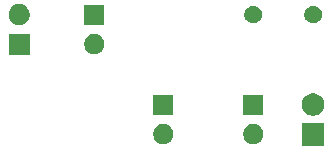
<source format=gbr>
G04 #@! TF.GenerationSoftware,KiCad,Pcbnew,5.1.5*
G04 #@! TF.CreationDate,2020-03-21T09:27:07+08:00*
G04 #@! TF.ProjectId,ece445_kicad,65636534-3435-45f6-9b69-6361642e6b69,rev?*
G04 #@! TF.SameCoordinates,Original*
G04 #@! TF.FileFunction,Soldermask,Bot*
G04 #@! TF.FilePolarity,Negative*
%FSLAX46Y46*%
G04 Gerber Fmt 4.6, Leading zero omitted, Abs format (unit mm)*
G04 Created by KiCad (PCBNEW 5.1.5) date 2020-03-21 09:27:07*
%MOMM*%
%LPD*%
G04 APERTURE LIST*
%ADD10C,0.100000*%
G04 APERTURE END LIST*
D10*
G36*
X66991000Y-39051000D02*
G01*
X65089000Y-39051000D01*
X65089000Y-37149000D01*
X66991000Y-37149000D01*
X66991000Y-39051000D01*
G37*
G36*
X61208228Y-37241703D02*
G01*
X61363100Y-37305853D01*
X61502481Y-37398985D01*
X61621015Y-37517519D01*
X61714147Y-37656900D01*
X61778297Y-37811772D01*
X61811000Y-37976184D01*
X61811000Y-38143816D01*
X61778297Y-38308228D01*
X61714147Y-38463100D01*
X61621015Y-38602481D01*
X61502481Y-38721015D01*
X61363100Y-38814147D01*
X61208228Y-38878297D01*
X61043816Y-38911000D01*
X60876184Y-38911000D01*
X60711772Y-38878297D01*
X60556900Y-38814147D01*
X60417519Y-38721015D01*
X60298985Y-38602481D01*
X60205853Y-38463100D01*
X60141703Y-38308228D01*
X60109000Y-38143816D01*
X60109000Y-37976184D01*
X60141703Y-37811772D01*
X60205853Y-37656900D01*
X60298985Y-37517519D01*
X60417519Y-37398985D01*
X60556900Y-37305853D01*
X60711772Y-37241703D01*
X60876184Y-37209000D01*
X61043816Y-37209000D01*
X61208228Y-37241703D01*
G37*
G36*
X53588228Y-37241703D02*
G01*
X53743100Y-37305853D01*
X53882481Y-37398985D01*
X54001015Y-37517519D01*
X54094147Y-37656900D01*
X54158297Y-37811772D01*
X54191000Y-37976184D01*
X54191000Y-38143816D01*
X54158297Y-38308228D01*
X54094147Y-38463100D01*
X54001015Y-38602481D01*
X53882481Y-38721015D01*
X53743100Y-38814147D01*
X53588228Y-38878297D01*
X53423816Y-38911000D01*
X53256184Y-38911000D01*
X53091772Y-38878297D01*
X52936900Y-38814147D01*
X52797519Y-38721015D01*
X52678985Y-38602481D01*
X52585853Y-38463100D01*
X52521703Y-38308228D01*
X52489000Y-38143816D01*
X52489000Y-37976184D01*
X52521703Y-37811772D01*
X52585853Y-37656900D01*
X52678985Y-37517519D01*
X52797519Y-37398985D01*
X52936900Y-37305853D01*
X53091772Y-37241703D01*
X53256184Y-37209000D01*
X53423816Y-37209000D01*
X53588228Y-37241703D01*
G37*
G36*
X66317395Y-34645546D02*
G01*
X66490466Y-34717234D01*
X66490467Y-34717235D01*
X66646227Y-34821310D01*
X66778690Y-34953773D01*
X66778691Y-34953775D01*
X66882766Y-35109534D01*
X66954454Y-35282605D01*
X66991000Y-35466333D01*
X66991000Y-35653667D01*
X66954454Y-35837395D01*
X66882766Y-36010466D01*
X66882765Y-36010467D01*
X66778690Y-36166227D01*
X66646227Y-36298690D01*
X66567818Y-36351081D01*
X66490466Y-36402766D01*
X66317395Y-36474454D01*
X66133667Y-36511000D01*
X65946333Y-36511000D01*
X65762605Y-36474454D01*
X65589534Y-36402766D01*
X65512182Y-36351081D01*
X65433773Y-36298690D01*
X65301310Y-36166227D01*
X65197235Y-36010467D01*
X65197234Y-36010466D01*
X65125546Y-35837395D01*
X65089000Y-35653667D01*
X65089000Y-35466333D01*
X65125546Y-35282605D01*
X65197234Y-35109534D01*
X65301309Y-34953775D01*
X65301310Y-34953773D01*
X65433773Y-34821310D01*
X65589533Y-34717235D01*
X65589534Y-34717234D01*
X65762605Y-34645546D01*
X65946333Y-34609000D01*
X66133667Y-34609000D01*
X66317395Y-34645546D01*
G37*
G36*
X61811000Y-36411000D02*
G01*
X60109000Y-36411000D01*
X60109000Y-34709000D01*
X61811000Y-34709000D01*
X61811000Y-36411000D01*
G37*
G36*
X54191000Y-36411000D02*
G01*
X52489000Y-36411000D01*
X52489000Y-34709000D01*
X54191000Y-34709000D01*
X54191000Y-36411000D01*
G37*
G36*
X42049000Y-31381000D02*
G01*
X40247000Y-31381000D01*
X40247000Y-29579000D01*
X42049000Y-29579000D01*
X42049000Y-31381000D01*
G37*
G36*
X47746228Y-29621703D02*
G01*
X47901100Y-29685853D01*
X48040481Y-29778985D01*
X48159015Y-29897519D01*
X48252147Y-30036900D01*
X48316297Y-30191772D01*
X48349000Y-30356184D01*
X48349000Y-30523816D01*
X48316297Y-30688228D01*
X48252147Y-30843100D01*
X48159015Y-30982481D01*
X48040481Y-31101015D01*
X47901100Y-31194147D01*
X47746228Y-31258297D01*
X47581816Y-31291000D01*
X47414184Y-31291000D01*
X47249772Y-31258297D01*
X47094900Y-31194147D01*
X46955519Y-31101015D01*
X46836985Y-30982481D01*
X46743853Y-30843100D01*
X46679703Y-30688228D01*
X46647000Y-30523816D01*
X46647000Y-30356184D01*
X46679703Y-30191772D01*
X46743853Y-30036900D01*
X46836985Y-29897519D01*
X46955519Y-29778985D01*
X47094900Y-29685853D01*
X47249772Y-29621703D01*
X47414184Y-29589000D01*
X47581816Y-29589000D01*
X47746228Y-29621703D01*
G37*
G36*
X41261512Y-27043927D02*
G01*
X41410812Y-27073624D01*
X41574784Y-27141544D01*
X41722354Y-27240147D01*
X41847853Y-27365646D01*
X41946456Y-27513216D01*
X42014376Y-27677188D01*
X42049000Y-27851259D01*
X42049000Y-28028741D01*
X42014376Y-28202812D01*
X41946456Y-28366784D01*
X41847853Y-28514354D01*
X41722354Y-28639853D01*
X41574784Y-28738456D01*
X41410812Y-28806376D01*
X41261512Y-28836073D01*
X41236742Y-28841000D01*
X41059258Y-28841000D01*
X41034488Y-28836073D01*
X40885188Y-28806376D01*
X40721216Y-28738456D01*
X40573646Y-28639853D01*
X40448147Y-28514354D01*
X40349544Y-28366784D01*
X40281624Y-28202812D01*
X40247000Y-28028741D01*
X40247000Y-27851259D01*
X40281624Y-27677188D01*
X40349544Y-27513216D01*
X40448147Y-27365646D01*
X40573646Y-27240147D01*
X40721216Y-27141544D01*
X40885188Y-27073624D01*
X41034488Y-27043927D01*
X41059258Y-27039000D01*
X41236742Y-27039000D01*
X41261512Y-27043927D01*
G37*
G36*
X48349000Y-28791000D02*
G01*
X46647000Y-28791000D01*
X46647000Y-27089000D01*
X48349000Y-27089000D01*
X48349000Y-28791000D01*
G37*
G36*
X66259059Y-27217860D02*
G01*
X66312865Y-27240147D01*
X66395732Y-27274472D01*
X66518735Y-27356660D01*
X66623340Y-27461265D01*
X66658054Y-27513218D01*
X66705529Y-27584270D01*
X66762140Y-27720941D01*
X66791000Y-27866032D01*
X66791000Y-28013968D01*
X66788061Y-28028742D01*
X66762140Y-28159059D01*
X66705528Y-28295732D01*
X66623340Y-28418735D01*
X66518735Y-28523340D01*
X66395732Y-28605528D01*
X66395731Y-28605529D01*
X66395730Y-28605529D01*
X66259059Y-28662140D01*
X66113968Y-28691000D01*
X65966032Y-28691000D01*
X65820941Y-28662140D01*
X65684270Y-28605529D01*
X65684269Y-28605529D01*
X65684268Y-28605528D01*
X65561265Y-28523340D01*
X65456660Y-28418735D01*
X65374472Y-28295732D01*
X65317860Y-28159059D01*
X65291939Y-28028742D01*
X65289000Y-28013968D01*
X65289000Y-27866032D01*
X65317860Y-27720941D01*
X65374471Y-27584270D01*
X65421946Y-27513218D01*
X65456660Y-27461265D01*
X65561265Y-27356660D01*
X65684268Y-27274472D01*
X65767136Y-27240147D01*
X65820941Y-27217860D01*
X65966032Y-27189000D01*
X66113968Y-27189000D01*
X66259059Y-27217860D01*
G37*
G36*
X61179059Y-27217860D02*
G01*
X61232865Y-27240147D01*
X61315732Y-27274472D01*
X61438735Y-27356660D01*
X61543340Y-27461265D01*
X61578054Y-27513218D01*
X61625529Y-27584270D01*
X61682140Y-27720941D01*
X61711000Y-27866032D01*
X61711000Y-28013968D01*
X61708061Y-28028742D01*
X61682140Y-28159059D01*
X61625528Y-28295732D01*
X61543340Y-28418735D01*
X61438735Y-28523340D01*
X61315732Y-28605528D01*
X61315731Y-28605529D01*
X61315730Y-28605529D01*
X61179059Y-28662140D01*
X61033968Y-28691000D01*
X60886032Y-28691000D01*
X60740941Y-28662140D01*
X60604270Y-28605529D01*
X60604269Y-28605529D01*
X60604268Y-28605528D01*
X60481265Y-28523340D01*
X60376660Y-28418735D01*
X60294472Y-28295732D01*
X60237860Y-28159059D01*
X60211939Y-28028742D01*
X60209000Y-28013968D01*
X60209000Y-27866032D01*
X60237860Y-27720941D01*
X60294471Y-27584270D01*
X60341946Y-27513218D01*
X60376660Y-27461265D01*
X60481265Y-27356660D01*
X60604268Y-27274472D01*
X60687136Y-27240147D01*
X60740941Y-27217860D01*
X60886032Y-27189000D01*
X61033968Y-27189000D01*
X61179059Y-27217860D01*
G37*
M02*

</source>
